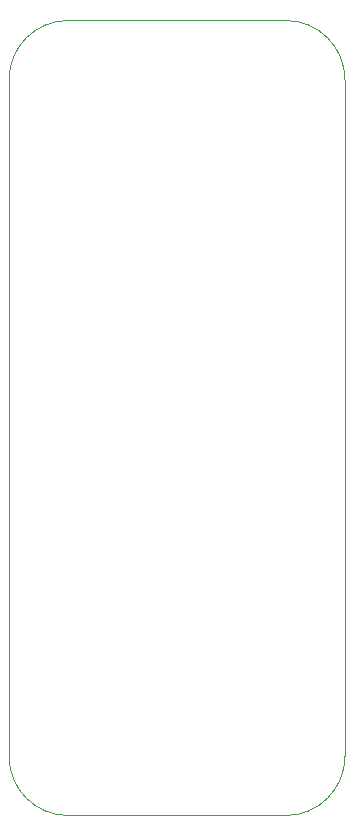
<source format=gbr>
%TF.GenerationSoftware,KiCad,Pcbnew,8.0.2*%
%TF.CreationDate,2024-05-27T13:26:58-06:00*%
%TF.ProjectId,KindFlowerPCB,4b696e64-466c-46f7-9765-725043422e6b,rev?*%
%TF.SameCoordinates,Original*%
%TF.FileFunction,Profile,NP*%
%FSLAX46Y46*%
G04 Gerber Fmt 4.6, Leading zero omitted, Abs format (unit mm)*
G04 Created by KiCad (PCBNEW 8.0.2) date 2024-05-27 13:26:58*
%MOMM*%
%LPD*%
G01*
G04 APERTURE LIST*
%TA.AperFunction,Profile*%
%ADD10C,0.100000*%
%TD*%
G04 APERTURE END LIST*
D10*
X132080000Y-93265000D02*
G75*
G02*
X137080000Y-88265000I5000000J0D01*
G01*
X155518890Y-88265000D02*
G75*
G02*
X160518900Y-93265000I10J-5000000D01*
G01*
X137080000Y-155575000D02*
G75*
G02*
X132080000Y-150575000I0J5000000D01*
G01*
X160518890Y-93265000D02*
X160518890Y-150575000D01*
X155518890Y-155575000D02*
X137080000Y-155575000D01*
X132080000Y-150575000D02*
X132080000Y-93265000D01*
X160518890Y-150575000D02*
G75*
G02*
X155518890Y-155574990I-4999990J0D01*
G01*
X137080000Y-88265000D02*
X155518890Y-88265000D01*
M02*

</source>
